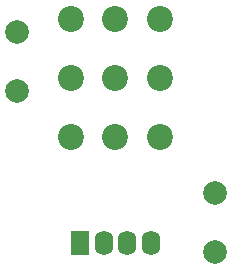
<source format=gbs>
%TF.GenerationSoftware,KiCad,Pcbnew,4.0.4-1.fc24-product*%
%TF.CreationDate,2018-03-01T10:39:20+11:00*%
%TF.ProjectId,MID_STACK,4D49445F535441434B2E6B696361645F,rev?*%
%TF.FileFunction,Soldermask,Bot*%
%FSLAX46Y46*%
G04 Gerber Fmt 4.6, Leading zero omitted, Abs format (unit mm)*
G04 Created by KiCad (PCBNEW 4.0.4-1.fc24-product) date Thu Mar  1 10:39:20 2018*
%MOMM*%
%LPD*%
G01*
G04 APERTURE LIST*
%ADD10C,0.100000*%
%ADD11C,2.200000*%
%ADD12R,1.600000X2.100000*%
%ADD13O,1.600000X2.100000*%
%ADD14C,2.000000*%
G04 APERTURE END LIST*
D10*
D11*
X178750000Y-96000000D03*
X175000000Y-96000000D03*
X171250000Y-96000000D03*
X178750000Y-101000000D03*
X175000000Y-101000000D03*
X171250000Y-101000000D03*
X171250000Y-106000000D03*
X175000000Y-106000000D03*
X178750000Y-106000000D03*
D12*
X172000000Y-115000000D03*
D13*
X174000000Y-115000000D03*
X176000000Y-115000000D03*
X178000000Y-115000000D03*
D14*
X166700000Y-97100000D03*
X166700000Y-102100000D03*
X183400000Y-115700000D03*
X183400000Y-110700000D03*
M02*

</source>
